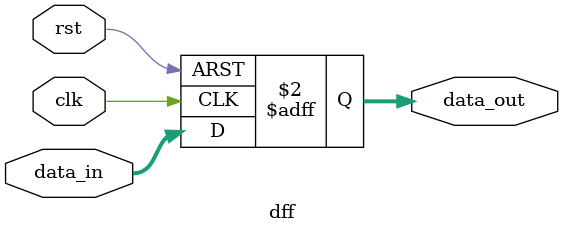
<source format=v>
`timescale 1ns / 1ps
module dff #(parameter WIDTH = 32)(
		input clk,
		input rst,
		input [WIDTH - 1: 0] data_in,
		output reg [WIDTH - 1: 0] data_out
    );

	always @(posedge clk or posedge rst) begin
		if(rst) begin
			data_out <= 0;
		end else begin
			data_out <= data_in;
		end
	end
	
endmodule

</source>
